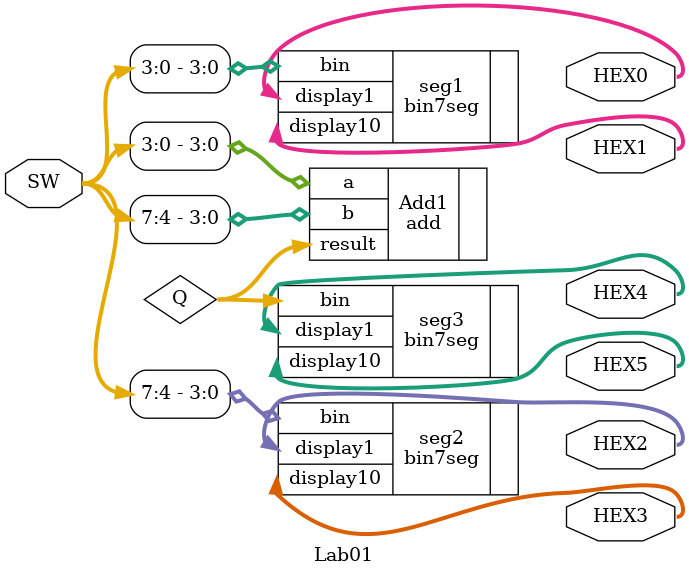
<source format=v>
module Lab01(
input  [7:0] SW,
output [0:6] HEX0,
output [0:6] HEX1,
output [0:6] HEX2,
output [0:6] HEX3,
output [0:6] HEX4,
output [0:6] HEX5
);

wire [4:0] Q;

add 			   Add1   	(.a(SW[3:0]), .b(SW[7:4]), .result(Q));
bin7seg 		 	seg1 		(.bin(SW[3:0]), .display1(HEX0), .display10(HEX1));
bin7seg		   seg2	  	(.bin(SW[7:4]), .display1(HEX2), .display10(HEX3));
bin7seg		   seg3	  	(.bin(Q[4:0]), .display1(HEX4), .display10(HEX5));

endmodule

</source>
